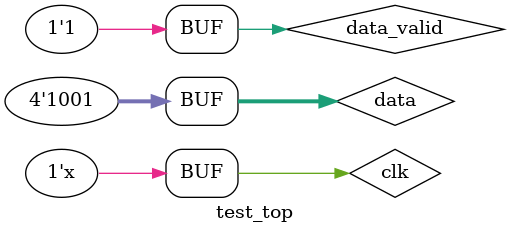
<source format=v>
`timescale 1ns / 1ps


module test_top;

	// Inputs
	reg clk;
	reg data_valid;
	reg [3:0] data;

	// Outputs
	wire Data_valid_out;
	wire [3:0] Data_Out;

	// Instantiate the Unit Under Test (UUT)
	my_top uut (
		.clk(clk), 
		.data_valid(data_valid), 
		.data(data), 
		.Data_valid_out(Data_valid_out), 
		.Data_Out(Data_Out)
	);

	initial begin
		// Initialize Inputs
		// Initialize Inputs
		clk = 0;
		data_valid = 1;
		data = 0;
		#100;

		// Wait 100 ns for global reset to finish
		data_valid = 1;
		data = 0;
		#200;
		data_valid = 0;
		data = 4'b1111;
		#200;
		data_valid = 1;
		data = 4'b1101;
		#200;
		data_valid = 0;
		data = 4'b1101;
		#200;
		data_valid = 1;
		data = 4'b1001;
		#200;
		
		
		// Add stimulus here

	end
      always #10 clk=~clk;
endmodule




</source>
